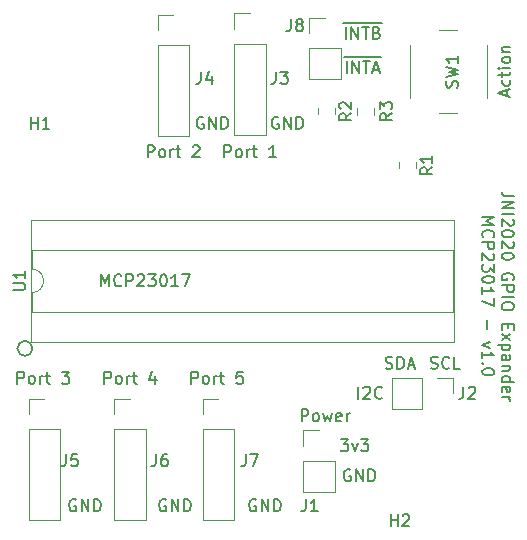
<source format=gbr>
%TF.GenerationSoftware,KiCad,Pcbnew,(5.1.6)-1*%
%TF.CreationDate,2020-09-04T23:44:55+02:00*%
%TF.ProjectId,gpioexpander3,6770696f-6578-4706-916e-646572332e6b,rev?*%
%TF.SameCoordinates,Original*%
%TF.FileFunction,Legend,Top*%
%TF.FilePolarity,Positive*%
%FSLAX46Y46*%
G04 Gerber Fmt 4.6, Leading zero omitted, Abs format (unit mm)*
G04 Created by KiCad (PCBNEW (5.1.6)-1) date 2020-09-04 23:44:55*
%MOMM*%
%LPD*%
G01*
G04 APERTURE LIST*
%ADD10C,0.150000*%
%ADD11C,0.120000*%
G04 APERTURE END LIST*
D10*
X147883809Y-96337380D02*
X147883809Y-95337380D01*
X148264761Y-95337380D01*
X148360000Y-95385000D01*
X148407619Y-95432619D01*
X148455238Y-95527857D01*
X148455238Y-95670714D01*
X148407619Y-95765952D01*
X148360000Y-95813571D01*
X148264761Y-95861190D01*
X147883809Y-95861190D01*
X149026666Y-96337380D02*
X148931428Y-96289761D01*
X148883809Y-96242142D01*
X148836190Y-96146904D01*
X148836190Y-95861190D01*
X148883809Y-95765952D01*
X148931428Y-95718333D01*
X149026666Y-95670714D01*
X149169523Y-95670714D01*
X149264761Y-95718333D01*
X149312380Y-95765952D01*
X149360000Y-95861190D01*
X149360000Y-96146904D01*
X149312380Y-96242142D01*
X149264761Y-96289761D01*
X149169523Y-96337380D01*
X149026666Y-96337380D01*
X149693333Y-95670714D02*
X149883809Y-96337380D01*
X150074285Y-95861190D01*
X150264761Y-96337380D01*
X150455238Y-95670714D01*
X151217142Y-96289761D02*
X151121904Y-96337380D01*
X150931428Y-96337380D01*
X150836190Y-96289761D01*
X150788571Y-96194523D01*
X150788571Y-95813571D01*
X150836190Y-95718333D01*
X150931428Y-95670714D01*
X151121904Y-95670714D01*
X151217142Y-95718333D01*
X151264761Y-95813571D01*
X151264761Y-95908809D01*
X150788571Y-96004047D01*
X151693333Y-96337380D02*
X151693333Y-95670714D01*
X151693333Y-95861190D02*
X151740952Y-95765952D01*
X151788571Y-95718333D01*
X151883809Y-95670714D01*
X151979047Y-95670714D01*
X165837619Y-77272619D02*
X165123333Y-77272619D01*
X164980476Y-77225000D01*
X164885238Y-77129761D01*
X164837619Y-76986904D01*
X164837619Y-76891666D01*
X164837619Y-77748809D02*
X165837619Y-77748809D01*
X164837619Y-78320238D01*
X165837619Y-78320238D01*
X164837619Y-78796428D02*
X165837619Y-78796428D01*
X165742380Y-79225000D02*
X165790000Y-79272619D01*
X165837619Y-79367857D01*
X165837619Y-79605952D01*
X165790000Y-79701190D01*
X165742380Y-79748809D01*
X165647142Y-79796428D01*
X165551904Y-79796428D01*
X165409047Y-79748809D01*
X164837619Y-79177380D01*
X164837619Y-79796428D01*
X165837619Y-80415476D02*
X165837619Y-80510714D01*
X165790000Y-80605952D01*
X165742380Y-80653571D01*
X165647142Y-80701190D01*
X165456666Y-80748809D01*
X165218571Y-80748809D01*
X165028095Y-80701190D01*
X164932857Y-80653571D01*
X164885238Y-80605952D01*
X164837619Y-80510714D01*
X164837619Y-80415476D01*
X164885238Y-80320238D01*
X164932857Y-80272619D01*
X165028095Y-80225000D01*
X165218571Y-80177380D01*
X165456666Y-80177380D01*
X165647142Y-80225000D01*
X165742380Y-80272619D01*
X165790000Y-80320238D01*
X165837619Y-80415476D01*
X165742380Y-81129761D02*
X165790000Y-81177380D01*
X165837619Y-81272619D01*
X165837619Y-81510714D01*
X165790000Y-81605952D01*
X165742380Y-81653571D01*
X165647142Y-81701190D01*
X165551904Y-81701190D01*
X165409047Y-81653571D01*
X164837619Y-81082142D01*
X164837619Y-81701190D01*
X165837619Y-82320238D02*
X165837619Y-82415476D01*
X165790000Y-82510714D01*
X165742380Y-82558333D01*
X165647142Y-82605952D01*
X165456666Y-82653571D01*
X165218571Y-82653571D01*
X165028095Y-82605952D01*
X164932857Y-82558333D01*
X164885238Y-82510714D01*
X164837619Y-82415476D01*
X164837619Y-82320238D01*
X164885238Y-82225000D01*
X164932857Y-82177380D01*
X165028095Y-82129761D01*
X165218571Y-82082142D01*
X165456666Y-82082142D01*
X165647142Y-82129761D01*
X165742380Y-82177380D01*
X165790000Y-82225000D01*
X165837619Y-82320238D01*
X165790000Y-84367857D02*
X165837619Y-84272619D01*
X165837619Y-84129761D01*
X165790000Y-83986904D01*
X165694761Y-83891666D01*
X165599523Y-83844047D01*
X165409047Y-83796428D01*
X165266190Y-83796428D01*
X165075714Y-83844047D01*
X164980476Y-83891666D01*
X164885238Y-83986904D01*
X164837619Y-84129761D01*
X164837619Y-84225000D01*
X164885238Y-84367857D01*
X164932857Y-84415476D01*
X165266190Y-84415476D01*
X165266190Y-84225000D01*
X164837619Y-84844047D02*
X165837619Y-84844047D01*
X165837619Y-85225000D01*
X165790000Y-85320238D01*
X165742380Y-85367857D01*
X165647142Y-85415476D01*
X165504285Y-85415476D01*
X165409047Y-85367857D01*
X165361428Y-85320238D01*
X165313809Y-85225000D01*
X165313809Y-84844047D01*
X164837619Y-85844047D02*
X165837619Y-85844047D01*
X165837619Y-86510714D02*
X165837619Y-86701190D01*
X165790000Y-86796428D01*
X165694761Y-86891666D01*
X165504285Y-86939285D01*
X165170952Y-86939285D01*
X164980476Y-86891666D01*
X164885238Y-86796428D01*
X164837619Y-86701190D01*
X164837619Y-86510714D01*
X164885238Y-86415476D01*
X164980476Y-86320238D01*
X165170952Y-86272619D01*
X165504285Y-86272619D01*
X165694761Y-86320238D01*
X165790000Y-86415476D01*
X165837619Y-86510714D01*
X165361428Y-88129761D02*
X165361428Y-88463095D01*
X164837619Y-88605952D02*
X164837619Y-88129761D01*
X165837619Y-88129761D01*
X165837619Y-88605952D01*
X164837619Y-88939285D02*
X165504285Y-89463095D01*
X165504285Y-88939285D02*
X164837619Y-89463095D01*
X165504285Y-89844047D02*
X164504285Y-89844047D01*
X165456666Y-89844047D02*
X165504285Y-89939285D01*
X165504285Y-90129761D01*
X165456666Y-90225000D01*
X165409047Y-90272619D01*
X165313809Y-90320238D01*
X165028095Y-90320238D01*
X164932857Y-90272619D01*
X164885238Y-90225000D01*
X164837619Y-90129761D01*
X164837619Y-89939285D01*
X164885238Y-89844047D01*
X164837619Y-91177380D02*
X165361428Y-91177380D01*
X165456666Y-91129761D01*
X165504285Y-91034523D01*
X165504285Y-90844047D01*
X165456666Y-90748809D01*
X164885238Y-91177380D02*
X164837619Y-91082142D01*
X164837619Y-90844047D01*
X164885238Y-90748809D01*
X164980476Y-90701190D01*
X165075714Y-90701190D01*
X165170952Y-90748809D01*
X165218571Y-90844047D01*
X165218571Y-91082142D01*
X165266190Y-91177380D01*
X165504285Y-91653571D02*
X164837619Y-91653571D01*
X165409047Y-91653571D02*
X165456666Y-91701190D01*
X165504285Y-91796428D01*
X165504285Y-91939285D01*
X165456666Y-92034523D01*
X165361428Y-92082142D01*
X164837619Y-92082142D01*
X164837619Y-92986904D02*
X165837619Y-92986904D01*
X164885238Y-92986904D02*
X164837619Y-92891666D01*
X164837619Y-92701190D01*
X164885238Y-92605952D01*
X164932857Y-92558333D01*
X165028095Y-92510714D01*
X165313809Y-92510714D01*
X165409047Y-92558333D01*
X165456666Y-92605952D01*
X165504285Y-92701190D01*
X165504285Y-92891666D01*
X165456666Y-92986904D01*
X164885238Y-93844047D02*
X164837619Y-93748809D01*
X164837619Y-93558333D01*
X164885238Y-93463095D01*
X164980476Y-93415476D01*
X165361428Y-93415476D01*
X165456666Y-93463095D01*
X165504285Y-93558333D01*
X165504285Y-93748809D01*
X165456666Y-93844047D01*
X165361428Y-93891666D01*
X165266190Y-93891666D01*
X165170952Y-93415476D01*
X164837619Y-94320238D02*
X165504285Y-94320238D01*
X165313809Y-94320238D02*
X165409047Y-94367857D01*
X165456666Y-94415476D01*
X165504285Y-94510714D01*
X165504285Y-94605952D01*
X163187619Y-79058333D02*
X164187619Y-79058333D01*
X163473333Y-79391666D01*
X164187619Y-79725000D01*
X163187619Y-79725000D01*
X163282857Y-80772619D02*
X163235238Y-80725000D01*
X163187619Y-80582142D01*
X163187619Y-80486904D01*
X163235238Y-80344047D01*
X163330476Y-80248809D01*
X163425714Y-80201190D01*
X163616190Y-80153571D01*
X163759047Y-80153571D01*
X163949523Y-80201190D01*
X164044761Y-80248809D01*
X164140000Y-80344047D01*
X164187619Y-80486904D01*
X164187619Y-80582142D01*
X164140000Y-80725000D01*
X164092380Y-80772619D01*
X163187619Y-81201190D02*
X164187619Y-81201190D01*
X164187619Y-81582142D01*
X164140000Y-81677380D01*
X164092380Y-81725000D01*
X163997142Y-81772619D01*
X163854285Y-81772619D01*
X163759047Y-81725000D01*
X163711428Y-81677380D01*
X163663809Y-81582142D01*
X163663809Y-81201190D01*
X164092380Y-82153571D02*
X164140000Y-82201190D01*
X164187619Y-82296428D01*
X164187619Y-82534523D01*
X164140000Y-82629761D01*
X164092380Y-82677380D01*
X163997142Y-82725000D01*
X163901904Y-82725000D01*
X163759047Y-82677380D01*
X163187619Y-82105952D01*
X163187619Y-82725000D01*
X164187619Y-83058333D02*
X164187619Y-83677380D01*
X163806666Y-83344047D01*
X163806666Y-83486904D01*
X163759047Y-83582142D01*
X163711428Y-83629761D01*
X163616190Y-83677380D01*
X163378095Y-83677380D01*
X163282857Y-83629761D01*
X163235238Y-83582142D01*
X163187619Y-83486904D01*
X163187619Y-83201190D01*
X163235238Y-83105952D01*
X163282857Y-83058333D01*
X164187619Y-84296428D02*
X164187619Y-84391666D01*
X164140000Y-84486904D01*
X164092380Y-84534523D01*
X163997142Y-84582142D01*
X163806666Y-84629761D01*
X163568571Y-84629761D01*
X163378095Y-84582142D01*
X163282857Y-84534523D01*
X163235238Y-84486904D01*
X163187619Y-84391666D01*
X163187619Y-84296428D01*
X163235238Y-84201190D01*
X163282857Y-84153571D01*
X163378095Y-84105952D01*
X163568571Y-84058333D01*
X163806666Y-84058333D01*
X163997142Y-84105952D01*
X164092380Y-84153571D01*
X164140000Y-84201190D01*
X164187619Y-84296428D01*
X163187619Y-85582142D02*
X163187619Y-85010714D01*
X163187619Y-85296428D02*
X164187619Y-85296428D01*
X164044761Y-85201190D01*
X163949523Y-85105952D01*
X163901904Y-85010714D01*
X164187619Y-85915476D02*
X164187619Y-86582142D01*
X163187619Y-86153571D01*
X163568571Y-87725000D02*
X163568571Y-88486904D01*
X163854285Y-89629761D02*
X163187619Y-89867857D01*
X163854285Y-90105952D01*
X163187619Y-91010714D02*
X163187619Y-90439285D01*
X163187619Y-90725000D02*
X164187619Y-90725000D01*
X164044761Y-90629761D01*
X163949523Y-90534523D01*
X163901904Y-90439285D01*
X163282857Y-91439285D02*
X163235238Y-91486904D01*
X163187619Y-91439285D01*
X163235238Y-91391666D01*
X163282857Y-91439285D01*
X163187619Y-91439285D01*
X164187619Y-92105952D02*
X164187619Y-92201190D01*
X164140000Y-92296428D01*
X164092380Y-92344047D01*
X163997142Y-92391666D01*
X163806666Y-92439285D01*
X163568571Y-92439285D01*
X163378095Y-92391666D01*
X163282857Y-92344047D01*
X163235238Y-92296428D01*
X163187619Y-92201190D01*
X163187619Y-92105952D01*
X163235238Y-92010714D01*
X163282857Y-91963095D01*
X163378095Y-91915476D01*
X163568571Y-91867857D01*
X163806666Y-91867857D01*
X163997142Y-91915476D01*
X164092380Y-91963095D01*
X164140000Y-92010714D01*
X164187619Y-92105952D01*
X151392142Y-62585000D02*
X151868333Y-62585000D01*
X151630238Y-63952380D02*
X151630238Y-62952380D01*
X151868333Y-62585000D02*
X152915952Y-62585000D01*
X152106428Y-63952380D02*
X152106428Y-62952380D01*
X152677857Y-63952380D01*
X152677857Y-62952380D01*
X152915952Y-62585000D02*
X153677857Y-62585000D01*
X153011190Y-62952380D02*
X153582619Y-62952380D01*
X153296904Y-63952380D02*
X153296904Y-62952380D01*
X153677857Y-62585000D02*
X154677857Y-62585000D01*
X154249285Y-63428571D02*
X154392142Y-63476190D01*
X154439761Y-63523809D01*
X154487380Y-63619047D01*
X154487380Y-63761904D01*
X154439761Y-63857142D01*
X154392142Y-63904761D01*
X154296904Y-63952380D01*
X153915952Y-63952380D01*
X153915952Y-62952380D01*
X154249285Y-62952380D01*
X154344523Y-63000000D01*
X154392142Y-63047619D01*
X154439761Y-63142857D01*
X154439761Y-63238095D01*
X154392142Y-63333333D01*
X154344523Y-63380952D01*
X154249285Y-63428571D01*
X153915952Y-63428571D01*
X151463571Y-65506000D02*
X151939761Y-65506000D01*
X151701666Y-66873380D02*
X151701666Y-65873380D01*
X151939761Y-65506000D02*
X152987380Y-65506000D01*
X152177857Y-66873380D02*
X152177857Y-65873380D01*
X152749285Y-66873380D01*
X152749285Y-65873380D01*
X152987380Y-65506000D02*
X153749285Y-65506000D01*
X153082619Y-65873380D02*
X153654047Y-65873380D01*
X153368333Y-66873380D02*
X153368333Y-65873380D01*
X153749285Y-65506000D02*
X154606428Y-65506000D01*
X153939761Y-66587666D02*
X154415952Y-66587666D01*
X153844523Y-66873380D02*
X154177857Y-65873380D01*
X154511190Y-66873380D01*
X145923095Y-70620000D02*
X145827857Y-70572380D01*
X145685000Y-70572380D01*
X145542142Y-70620000D01*
X145446904Y-70715238D01*
X145399285Y-70810476D01*
X145351666Y-71000952D01*
X145351666Y-71143809D01*
X145399285Y-71334285D01*
X145446904Y-71429523D01*
X145542142Y-71524761D01*
X145685000Y-71572380D01*
X145780238Y-71572380D01*
X145923095Y-71524761D01*
X145970714Y-71477142D01*
X145970714Y-71143809D01*
X145780238Y-71143809D01*
X146399285Y-71572380D02*
X146399285Y-70572380D01*
X146970714Y-71572380D01*
X146970714Y-70572380D01*
X147446904Y-71572380D02*
X147446904Y-70572380D01*
X147685000Y-70572380D01*
X147827857Y-70620000D01*
X147923095Y-70715238D01*
X147970714Y-70810476D01*
X148018333Y-71000952D01*
X148018333Y-71143809D01*
X147970714Y-71334285D01*
X147923095Y-71429523D01*
X147827857Y-71524761D01*
X147685000Y-71572380D01*
X147446904Y-71572380D01*
X139573095Y-70620000D02*
X139477857Y-70572380D01*
X139335000Y-70572380D01*
X139192142Y-70620000D01*
X139096904Y-70715238D01*
X139049285Y-70810476D01*
X139001666Y-71000952D01*
X139001666Y-71143809D01*
X139049285Y-71334285D01*
X139096904Y-71429523D01*
X139192142Y-71524761D01*
X139335000Y-71572380D01*
X139430238Y-71572380D01*
X139573095Y-71524761D01*
X139620714Y-71477142D01*
X139620714Y-71143809D01*
X139430238Y-71143809D01*
X140049285Y-71572380D02*
X140049285Y-70572380D01*
X140620714Y-71572380D01*
X140620714Y-70572380D01*
X141096904Y-71572380D02*
X141096904Y-70572380D01*
X141335000Y-70572380D01*
X141477857Y-70620000D01*
X141573095Y-70715238D01*
X141620714Y-70810476D01*
X141668333Y-71000952D01*
X141668333Y-71143809D01*
X141620714Y-71334285D01*
X141573095Y-71429523D01*
X141477857Y-71524761D01*
X141335000Y-71572380D01*
X141096904Y-71572380D01*
X128778095Y-103005000D02*
X128682857Y-102957380D01*
X128540000Y-102957380D01*
X128397142Y-103005000D01*
X128301904Y-103100238D01*
X128254285Y-103195476D01*
X128206666Y-103385952D01*
X128206666Y-103528809D01*
X128254285Y-103719285D01*
X128301904Y-103814523D01*
X128397142Y-103909761D01*
X128540000Y-103957380D01*
X128635238Y-103957380D01*
X128778095Y-103909761D01*
X128825714Y-103862142D01*
X128825714Y-103528809D01*
X128635238Y-103528809D01*
X129254285Y-103957380D02*
X129254285Y-102957380D01*
X129825714Y-103957380D01*
X129825714Y-102957380D01*
X130301904Y-103957380D02*
X130301904Y-102957380D01*
X130540000Y-102957380D01*
X130682857Y-103005000D01*
X130778095Y-103100238D01*
X130825714Y-103195476D01*
X130873333Y-103385952D01*
X130873333Y-103528809D01*
X130825714Y-103719285D01*
X130778095Y-103814523D01*
X130682857Y-103909761D01*
X130540000Y-103957380D01*
X130301904Y-103957380D01*
X136398095Y-103005000D02*
X136302857Y-102957380D01*
X136160000Y-102957380D01*
X136017142Y-103005000D01*
X135921904Y-103100238D01*
X135874285Y-103195476D01*
X135826666Y-103385952D01*
X135826666Y-103528809D01*
X135874285Y-103719285D01*
X135921904Y-103814523D01*
X136017142Y-103909761D01*
X136160000Y-103957380D01*
X136255238Y-103957380D01*
X136398095Y-103909761D01*
X136445714Y-103862142D01*
X136445714Y-103528809D01*
X136255238Y-103528809D01*
X136874285Y-103957380D02*
X136874285Y-102957380D01*
X137445714Y-103957380D01*
X137445714Y-102957380D01*
X137921904Y-103957380D02*
X137921904Y-102957380D01*
X138160000Y-102957380D01*
X138302857Y-103005000D01*
X138398095Y-103100238D01*
X138445714Y-103195476D01*
X138493333Y-103385952D01*
X138493333Y-103528809D01*
X138445714Y-103719285D01*
X138398095Y-103814523D01*
X138302857Y-103909761D01*
X138160000Y-103957380D01*
X137921904Y-103957380D01*
X144018095Y-103005000D02*
X143922857Y-102957380D01*
X143780000Y-102957380D01*
X143637142Y-103005000D01*
X143541904Y-103100238D01*
X143494285Y-103195476D01*
X143446666Y-103385952D01*
X143446666Y-103528809D01*
X143494285Y-103719285D01*
X143541904Y-103814523D01*
X143637142Y-103909761D01*
X143780000Y-103957380D01*
X143875238Y-103957380D01*
X144018095Y-103909761D01*
X144065714Y-103862142D01*
X144065714Y-103528809D01*
X143875238Y-103528809D01*
X144494285Y-103957380D02*
X144494285Y-102957380D01*
X145065714Y-103957380D01*
X145065714Y-102957380D01*
X145541904Y-103957380D02*
X145541904Y-102957380D01*
X145780000Y-102957380D01*
X145922857Y-103005000D01*
X146018095Y-103100238D01*
X146065714Y-103195476D01*
X146113333Y-103385952D01*
X146113333Y-103528809D01*
X146065714Y-103719285D01*
X146018095Y-103814523D01*
X145922857Y-103909761D01*
X145780000Y-103957380D01*
X145541904Y-103957380D01*
X152019095Y-100465000D02*
X151923857Y-100417380D01*
X151781000Y-100417380D01*
X151638142Y-100465000D01*
X151542904Y-100560238D01*
X151495285Y-100655476D01*
X151447666Y-100845952D01*
X151447666Y-100988809D01*
X151495285Y-101179285D01*
X151542904Y-101274523D01*
X151638142Y-101369761D01*
X151781000Y-101417380D01*
X151876238Y-101417380D01*
X152019095Y-101369761D01*
X152066714Y-101322142D01*
X152066714Y-100988809D01*
X151876238Y-100988809D01*
X152495285Y-101417380D02*
X152495285Y-100417380D01*
X153066714Y-101417380D01*
X153066714Y-100417380D01*
X153542904Y-101417380D02*
X153542904Y-100417380D01*
X153781000Y-100417380D01*
X153923857Y-100465000D01*
X154019095Y-100560238D01*
X154066714Y-100655476D01*
X154114333Y-100845952D01*
X154114333Y-100988809D01*
X154066714Y-101179285D01*
X154019095Y-101274523D01*
X153923857Y-101369761D01*
X153781000Y-101417380D01*
X153542904Y-101417380D01*
X152693809Y-94432380D02*
X152693809Y-93432380D01*
X153122380Y-93527619D02*
X153170000Y-93480000D01*
X153265238Y-93432380D01*
X153503333Y-93432380D01*
X153598571Y-93480000D01*
X153646190Y-93527619D01*
X153693809Y-93622857D01*
X153693809Y-93718095D01*
X153646190Y-93860952D01*
X153074761Y-94432380D01*
X153693809Y-94432380D01*
X154693809Y-94337142D02*
X154646190Y-94384761D01*
X154503333Y-94432380D01*
X154408095Y-94432380D01*
X154265238Y-94384761D01*
X154170000Y-94289523D01*
X154122380Y-94194285D01*
X154074761Y-94003809D01*
X154074761Y-93860952D01*
X154122380Y-93670476D01*
X154170000Y-93575238D01*
X154265238Y-93480000D01*
X154408095Y-93432380D01*
X154503333Y-93432380D01*
X154646190Y-93480000D01*
X154693809Y-93527619D01*
X138549333Y-93162380D02*
X138549333Y-92162380D01*
X138930285Y-92162380D01*
X139025523Y-92210000D01*
X139073142Y-92257619D01*
X139120761Y-92352857D01*
X139120761Y-92495714D01*
X139073142Y-92590952D01*
X139025523Y-92638571D01*
X138930285Y-92686190D01*
X138549333Y-92686190D01*
X139692190Y-93162380D02*
X139596952Y-93114761D01*
X139549333Y-93067142D01*
X139501714Y-92971904D01*
X139501714Y-92686190D01*
X139549333Y-92590952D01*
X139596952Y-92543333D01*
X139692190Y-92495714D01*
X139835047Y-92495714D01*
X139930285Y-92543333D01*
X139977904Y-92590952D01*
X140025523Y-92686190D01*
X140025523Y-92971904D01*
X139977904Y-93067142D01*
X139930285Y-93114761D01*
X139835047Y-93162380D01*
X139692190Y-93162380D01*
X140454095Y-93162380D02*
X140454095Y-92495714D01*
X140454095Y-92686190D02*
X140501714Y-92590952D01*
X140549333Y-92543333D01*
X140644571Y-92495714D01*
X140739809Y-92495714D01*
X140930285Y-92495714D02*
X141311238Y-92495714D01*
X141073142Y-92162380D02*
X141073142Y-93019523D01*
X141120761Y-93114761D01*
X141216000Y-93162380D01*
X141311238Y-93162380D01*
X142882666Y-92162380D02*
X142406476Y-92162380D01*
X142358857Y-92638571D01*
X142406476Y-92590952D01*
X142501714Y-92543333D01*
X142739809Y-92543333D01*
X142835047Y-92590952D01*
X142882666Y-92638571D01*
X142930285Y-92733809D01*
X142930285Y-92971904D01*
X142882666Y-93067142D01*
X142835047Y-93114761D01*
X142739809Y-93162380D01*
X142501714Y-93162380D01*
X142406476Y-93114761D01*
X142358857Y-93067142D01*
X131183333Y-93162380D02*
X131183333Y-92162380D01*
X131564285Y-92162380D01*
X131659523Y-92210000D01*
X131707142Y-92257619D01*
X131754761Y-92352857D01*
X131754761Y-92495714D01*
X131707142Y-92590952D01*
X131659523Y-92638571D01*
X131564285Y-92686190D01*
X131183333Y-92686190D01*
X132326190Y-93162380D02*
X132230952Y-93114761D01*
X132183333Y-93067142D01*
X132135714Y-92971904D01*
X132135714Y-92686190D01*
X132183333Y-92590952D01*
X132230952Y-92543333D01*
X132326190Y-92495714D01*
X132469047Y-92495714D01*
X132564285Y-92543333D01*
X132611904Y-92590952D01*
X132659523Y-92686190D01*
X132659523Y-92971904D01*
X132611904Y-93067142D01*
X132564285Y-93114761D01*
X132469047Y-93162380D01*
X132326190Y-93162380D01*
X133088095Y-93162380D02*
X133088095Y-92495714D01*
X133088095Y-92686190D02*
X133135714Y-92590952D01*
X133183333Y-92543333D01*
X133278571Y-92495714D01*
X133373809Y-92495714D01*
X133564285Y-92495714D02*
X133945238Y-92495714D01*
X133707142Y-92162380D02*
X133707142Y-93019523D01*
X133754761Y-93114761D01*
X133850000Y-93162380D01*
X133945238Y-93162380D01*
X135469047Y-92495714D02*
X135469047Y-93162380D01*
X135230952Y-92114761D02*
X134992857Y-92829047D01*
X135611904Y-92829047D01*
X123817333Y-93162380D02*
X123817333Y-92162380D01*
X124198285Y-92162380D01*
X124293523Y-92210000D01*
X124341142Y-92257619D01*
X124388761Y-92352857D01*
X124388761Y-92495714D01*
X124341142Y-92590952D01*
X124293523Y-92638571D01*
X124198285Y-92686190D01*
X123817333Y-92686190D01*
X124960190Y-93162380D02*
X124864952Y-93114761D01*
X124817333Y-93067142D01*
X124769714Y-92971904D01*
X124769714Y-92686190D01*
X124817333Y-92590952D01*
X124864952Y-92543333D01*
X124960190Y-92495714D01*
X125103047Y-92495714D01*
X125198285Y-92543333D01*
X125245904Y-92590952D01*
X125293523Y-92686190D01*
X125293523Y-92971904D01*
X125245904Y-93067142D01*
X125198285Y-93114761D01*
X125103047Y-93162380D01*
X124960190Y-93162380D01*
X125722095Y-93162380D02*
X125722095Y-92495714D01*
X125722095Y-92686190D02*
X125769714Y-92590952D01*
X125817333Y-92543333D01*
X125912571Y-92495714D01*
X126007809Y-92495714D01*
X126198285Y-92495714D02*
X126579238Y-92495714D01*
X126341142Y-92162380D02*
X126341142Y-93019523D01*
X126388761Y-93114761D01*
X126484000Y-93162380D01*
X126579238Y-93162380D01*
X127579238Y-92162380D02*
X128198285Y-92162380D01*
X127864952Y-92543333D01*
X128007809Y-92543333D01*
X128103047Y-92590952D01*
X128150666Y-92638571D01*
X128198285Y-92733809D01*
X128198285Y-92971904D01*
X128150666Y-93067142D01*
X128103047Y-93114761D01*
X128007809Y-93162380D01*
X127722095Y-93162380D01*
X127626857Y-93114761D01*
X127579238Y-93067142D01*
X134866333Y-73985380D02*
X134866333Y-72985380D01*
X135247285Y-72985380D01*
X135342523Y-73033000D01*
X135390142Y-73080619D01*
X135437761Y-73175857D01*
X135437761Y-73318714D01*
X135390142Y-73413952D01*
X135342523Y-73461571D01*
X135247285Y-73509190D01*
X134866333Y-73509190D01*
X136009190Y-73985380D02*
X135913952Y-73937761D01*
X135866333Y-73890142D01*
X135818714Y-73794904D01*
X135818714Y-73509190D01*
X135866333Y-73413952D01*
X135913952Y-73366333D01*
X136009190Y-73318714D01*
X136152047Y-73318714D01*
X136247285Y-73366333D01*
X136294904Y-73413952D01*
X136342523Y-73509190D01*
X136342523Y-73794904D01*
X136294904Y-73890142D01*
X136247285Y-73937761D01*
X136152047Y-73985380D01*
X136009190Y-73985380D01*
X136771095Y-73985380D02*
X136771095Y-73318714D01*
X136771095Y-73509190D02*
X136818714Y-73413952D01*
X136866333Y-73366333D01*
X136961571Y-73318714D01*
X137056809Y-73318714D01*
X137247285Y-73318714D02*
X137628238Y-73318714D01*
X137390142Y-72985380D02*
X137390142Y-73842523D01*
X137437761Y-73937761D01*
X137533000Y-73985380D01*
X137628238Y-73985380D01*
X138675857Y-73080619D02*
X138723476Y-73033000D01*
X138818714Y-72985380D01*
X139056809Y-72985380D01*
X139152047Y-73033000D01*
X139199666Y-73080619D01*
X139247285Y-73175857D01*
X139247285Y-73271095D01*
X139199666Y-73413952D01*
X138628238Y-73985380D01*
X139247285Y-73985380D01*
X141343333Y-73985380D02*
X141343333Y-72985380D01*
X141724285Y-72985380D01*
X141819523Y-73033000D01*
X141867142Y-73080619D01*
X141914761Y-73175857D01*
X141914761Y-73318714D01*
X141867142Y-73413952D01*
X141819523Y-73461571D01*
X141724285Y-73509190D01*
X141343333Y-73509190D01*
X142486190Y-73985380D02*
X142390952Y-73937761D01*
X142343333Y-73890142D01*
X142295714Y-73794904D01*
X142295714Y-73509190D01*
X142343333Y-73413952D01*
X142390952Y-73366333D01*
X142486190Y-73318714D01*
X142629047Y-73318714D01*
X142724285Y-73366333D01*
X142771904Y-73413952D01*
X142819523Y-73509190D01*
X142819523Y-73794904D01*
X142771904Y-73890142D01*
X142724285Y-73937761D01*
X142629047Y-73985380D01*
X142486190Y-73985380D01*
X143248095Y-73985380D02*
X143248095Y-73318714D01*
X143248095Y-73509190D02*
X143295714Y-73413952D01*
X143343333Y-73366333D01*
X143438571Y-73318714D01*
X143533809Y-73318714D01*
X143724285Y-73318714D02*
X144105238Y-73318714D01*
X143867142Y-72985380D02*
X143867142Y-73842523D01*
X143914761Y-73937761D01*
X144010000Y-73985380D01*
X144105238Y-73985380D01*
X145724285Y-73985380D02*
X145152857Y-73985380D01*
X145438571Y-73985380D02*
X145438571Y-72985380D01*
X145343333Y-73128238D01*
X145248095Y-73223476D01*
X145152857Y-73271095D01*
X130905714Y-84907380D02*
X130905714Y-83907380D01*
X131239047Y-84621666D01*
X131572380Y-83907380D01*
X131572380Y-84907380D01*
X132620000Y-84812142D02*
X132572380Y-84859761D01*
X132429523Y-84907380D01*
X132334285Y-84907380D01*
X132191428Y-84859761D01*
X132096190Y-84764523D01*
X132048571Y-84669285D01*
X132000952Y-84478809D01*
X132000952Y-84335952D01*
X132048571Y-84145476D01*
X132096190Y-84050238D01*
X132191428Y-83955000D01*
X132334285Y-83907380D01*
X132429523Y-83907380D01*
X132572380Y-83955000D01*
X132620000Y-84002619D01*
X133048571Y-84907380D02*
X133048571Y-83907380D01*
X133429523Y-83907380D01*
X133524761Y-83955000D01*
X133572380Y-84002619D01*
X133620000Y-84097857D01*
X133620000Y-84240714D01*
X133572380Y-84335952D01*
X133524761Y-84383571D01*
X133429523Y-84431190D01*
X133048571Y-84431190D01*
X134000952Y-84002619D02*
X134048571Y-83955000D01*
X134143809Y-83907380D01*
X134381904Y-83907380D01*
X134477142Y-83955000D01*
X134524761Y-84002619D01*
X134572380Y-84097857D01*
X134572380Y-84193095D01*
X134524761Y-84335952D01*
X133953333Y-84907380D01*
X134572380Y-84907380D01*
X134905714Y-83907380D02*
X135524761Y-83907380D01*
X135191428Y-84288333D01*
X135334285Y-84288333D01*
X135429523Y-84335952D01*
X135477142Y-84383571D01*
X135524761Y-84478809D01*
X135524761Y-84716904D01*
X135477142Y-84812142D01*
X135429523Y-84859761D01*
X135334285Y-84907380D01*
X135048571Y-84907380D01*
X134953333Y-84859761D01*
X134905714Y-84812142D01*
X136143809Y-83907380D02*
X136239047Y-83907380D01*
X136334285Y-83955000D01*
X136381904Y-84002619D01*
X136429523Y-84097857D01*
X136477142Y-84288333D01*
X136477142Y-84526428D01*
X136429523Y-84716904D01*
X136381904Y-84812142D01*
X136334285Y-84859761D01*
X136239047Y-84907380D01*
X136143809Y-84907380D01*
X136048571Y-84859761D01*
X136000952Y-84812142D01*
X135953333Y-84716904D01*
X135905714Y-84526428D01*
X135905714Y-84288333D01*
X135953333Y-84097857D01*
X136000952Y-84002619D01*
X136048571Y-83955000D01*
X136143809Y-83907380D01*
X137429523Y-84907380D02*
X136858095Y-84907380D01*
X137143809Y-84907380D02*
X137143809Y-83907380D01*
X137048571Y-84050238D01*
X136953333Y-84145476D01*
X136858095Y-84193095D01*
X137762857Y-83907380D02*
X138429523Y-83907380D01*
X138000952Y-84907380D01*
X154995714Y-91844761D02*
X155138571Y-91892380D01*
X155376666Y-91892380D01*
X155471904Y-91844761D01*
X155519523Y-91797142D01*
X155567142Y-91701904D01*
X155567142Y-91606666D01*
X155519523Y-91511428D01*
X155471904Y-91463809D01*
X155376666Y-91416190D01*
X155186190Y-91368571D01*
X155090952Y-91320952D01*
X155043333Y-91273333D01*
X154995714Y-91178095D01*
X154995714Y-91082857D01*
X155043333Y-90987619D01*
X155090952Y-90940000D01*
X155186190Y-90892380D01*
X155424285Y-90892380D01*
X155567142Y-90940000D01*
X155995714Y-91892380D02*
X155995714Y-90892380D01*
X156233809Y-90892380D01*
X156376666Y-90940000D01*
X156471904Y-91035238D01*
X156519523Y-91130476D01*
X156567142Y-91320952D01*
X156567142Y-91463809D01*
X156519523Y-91654285D01*
X156471904Y-91749523D01*
X156376666Y-91844761D01*
X156233809Y-91892380D01*
X155995714Y-91892380D01*
X156948095Y-91606666D02*
X157424285Y-91606666D01*
X156852857Y-91892380D02*
X157186190Y-90892380D01*
X157519523Y-91892380D01*
X158829523Y-91844761D02*
X158972380Y-91892380D01*
X159210476Y-91892380D01*
X159305714Y-91844761D01*
X159353333Y-91797142D01*
X159400952Y-91701904D01*
X159400952Y-91606666D01*
X159353333Y-91511428D01*
X159305714Y-91463809D01*
X159210476Y-91416190D01*
X159020000Y-91368571D01*
X158924761Y-91320952D01*
X158877142Y-91273333D01*
X158829523Y-91178095D01*
X158829523Y-91082857D01*
X158877142Y-90987619D01*
X158924761Y-90940000D01*
X159020000Y-90892380D01*
X159258095Y-90892380D01*
X159400952Y-90940000D01*
X160400952Y-91797142D02*
X160353333Y-91844761D01*
X160210476Y-91892380D01*
X160115238Y-91892380D01*
X159972380Y-91844761D01*
X159877142Y-91749523D01*
X159829523Y-91654285D01*
X159781904Y-91463809D01*
X159781904Y-91320952D01*
X159829523Y-91130476D01*
X159877142Y-91035238D01*
X159972380Y-90940000D01*
X160115238Y-90892380D01*
X160210476Y-90892380D01*
X160353333Y-90940000D01*
X160400952Y-90987619D01*
X161305714Y-91892380D02*
X160829523Y-91892380D01*
X160829523Y-90892380D01*
X151209523Y-97877380D02*
X151828571Y-97877380D01*
X151495238Y-98258333D01*
X151638095Y-98258333D01*
X151733333Y-98305952D01*
X151780952Y-98353571D01*
X151828571Y-98448809D01*
X151828571Y-98686904D01*
X151780952Y-98782142D01*
X151733333Y-98829761D01*
X151638095Y-98877380D01*
X151352380Y-98877380D01*
X151257142Y-98829761D01*
X151209523Y-98782142D01*
X152161904Y-98210714D02*
X152400000Y-98877380D01*
X152638095Y-98210714D01*
X152923809Y-97877380D02*
X153542857Y-97877380D01*
X153209523Y-98258333D01*
X153352380Y-98258333D01*
X153447619Y-98305952D01*
X153495238Y-98353571D01*
X153542857Y-98448809D01*
X153542857Y-98686904D01*
X153495238Y-98782142D01*
X153447619Y-98829761D01*
X153352380Y-98877380D01*
X153066666Y-98877380D01*
X152971428Y-98829761D01*
X152923809Y-98782142D01*
X165266666Y-68770238D02*
X165266666Y-68294047D01*
X165552380Y-68865476D02*
X164552380Y-68532142D01*
X165552380Y-68198809D01*
X165504761Y-67436904D02*
X165552380Y-67532142D01*
X165552380Y-67722619D01*
X165504761Y-67817857D01*
X165457142Y-67865476D01*
X165361904Y-67913095D01*
X165076190Y-67913095D01*
X164980952Y-67865476D01*
X164933333Y-67817857D01*
X164885714Y-67722619D01*
X164885714Y-67532142D01*
X164933333Y-67436904D01*
X164885714Y-67151190D02*
X164885714Y-66770238D01*
X164552380Y-67008333D02*
X165409523Y-67008333D01*
X165504761Y-66960714D01*
X165552380Y-66865476D01*
X165552380Y-66770238D01*
X165552380Y-66436904D02*
X164885714Y-66436904D01*
X164552380Y-66436904D02*
X164600000Y-66484523D01*
X164647619Y-66436904D01*
X164600000Y-66389285D01*
X164552380Y-66436904D01*
X164647619Y-66436904D01*
X165552380Y-65817857D02*
X165504761Y-65913095D01*
X165457142Y-65960714D01*
X165361904Y-66008333D01*
X165076190Y-66008333D01*
X164980952Y-65960714D01*
X164933333Y-65913095D01*
X164885714Y-65817857D01*
X164885714Y-65675000D01*
X164933333Y-65579761D01*
X164980952Y-65532142D01*
X165076190Y-65484523D01*
X165361904Y-65484523D01*
X165457142Y-65532142D01*
X165504761Y-65579761D01*
X165552380Y-65675000D01*
X165552380Y-65817857D01*
X164885714Y-65055952D02*
X165552380Y-65055952D01*
X164980952Y-65055952D02*
X164933333Y-65008333D01*
X164885714Y-64913095D01*
X164885714Y-64770238D01*
X164933333Y-64675000D01*
X165028571Y-64627380D01*
X165552380Y-64627380D01*
X125095000Y-90170000D02*
G75*
G03*
X125095000Y-90170000I-635000J0D01*
G01*
D11*
%TO.C,J7*%
X139513000Y-94428000D02*
X140843000Y-94428000D01*
X139513000Y-95758000D02*
X139513000Y-94428000D01*
X139513000Y-97028000D02*
X142173000Y-97028000D01*
X142173000Y-97028000D02*
X142173000Y-104708000D01*
X139513000Y-97028000D02*
X139513000Y-104708000D01*
X139513000Y-104708000D02*
X142173000Y-104708000D01*
%TO.C,R3*%
X153999000Y-70374252D02*
X153999000Y-69851748D01*
X152579000Y-70374252D02*
X152579000Y-69851748D01*
%TO.C,R2*%
X149277000Y-69833748D02*
X149277000Y-70356252D01*
X150697000Y-69833748D02*
X150697000Y-70356252D01*
%TO.C,R1*%
X156135000Y-74414748D02*
X156135000Y-74937252D01*
X157555000Y-74414748D02*
X157555000Y-74937252D01*
%TO.C,J1*%
X148022000Y-97095000D02*
X149352000Y-97095000D01*
X148022000Y-98425000D02*
X148022000Y-97095000D01*
X148022000Y-99695000D02*
X150682000Y-99695000D01*
X150682000Y-99695000D02*
X150682000Y-102295000D01*
X148022000Y-99695000D02*
X148022000Y-102295000D01*
X148022000Y-102295000D02*
X150682000Y-102295000D01*
%TO.C,U1*%
X124975000Y-79315000D02*
X124975000Y-89595000D01*
X160775000Y-79315000D02*
X124975000Y-79315000D01*
X160775000Y-89595000D02*
X160775000Y-79315000D01*
X124975000Y-89595000D02*
X160775000Y-89595000D01*
X125035000Y-81805000D02*
X125035000Y-83455000D01*
X160715000Y-81805000D02*
X125035000Y-81805000D01*
X160715000Y-87105000D02*
X160715000Y-81805000D01*
X125035000Y-87105000D02*
X160715000Y-87105000D01*
X125035000Y-85455000D02*
X125035000Y-87105000D01*
X125035000Y-83455000D02*
G75*
G02*
X125035000Y-85455000I0J-1000000D01*
G01*
%TO.C,SW1*%
X159560000Y-70250000D02*
X161060000Y-70250000D01*
X163560000Y-69000000D02*
X163560000Y-64500000D01*
X161060000Y-63250000D02*
X159560000Y-63250000D01*
X157060000Y-64500000D02*
X157060000Y-69000000D01*
%TO.C,J8*%
X148530000Y-62170000D02*
X149860000Y-62170000D01*
X148530000Y-63500000D02*
X148530000Y-62170000D01*
X148530000Y-64770000D02*
X151190000Y-64770000D01*
X151190000Y-64770000D02*
X151190000Y-67370000D01*
X148530000Y-64770000D02*
X148530000Y-67370000D01*
X148530000Y-67370000D02*
X151190000Y-67370000D01*
%TO.C,J6*%
X132020000Y-94428000D02*
X133350000Y-94428000D01*
X132020000Y-95758000D02*
X132020000Y-94428000D01*
X132020000Y-97028000D02*
X134680000Y-97028000D01*
X134680000Y-97028000D02*
X134680000Y-104708000D01*
X132020000Y-97028000D02*
X132020000Y-104708000D01*
X132020000Y-104708000D02*
X134680000Y-104708000D01*
%TO.C,J5*%
X124781000Y-94428000D02*
X126111000Y-94428000D01*
X124781000Y-95758000D02*
X124781000Y-94428000D01*
X124781000Y-97028000D02*
X127441000Y-97028000D01*
X127441000Y-97028000D02*
X127441000Y-104708000D01*
X124781000Y-97028000D02*
X124781000Y-104708000D01*
X124781000Y-104708000D02*
X127441000Y-104708000D01*
%TO.C,J4*%
X135703000Y-61916000D02*
X137033000Y-61916000D01*
X135703000Y-63246000D02*
X135703000Y-61916000D01*
X135703000Y-64516000D02*
X138363000Y-64516000D01*
X138363000Y-64516000D02*
X138363000Y-72196000D01*
X135703000Y-64516000D02*
X135703000Y-72196000D01*
X135703000Y-72196000D02*
X138363000Y-72196000D01*
%TO.C,J3*%
X142180000Y-61789000D02*
X143510000Y-61789000D01*
X142180000Y-63119000D02*
X142180000Y-61789000D01*
X142180000Y-64389000D02*
X144840000Y-64389000D01*
X144840000Y-64389000D02*
X144840000Y-72069000D01*
X142180000Y-64389000D02*
X142180000Y-72069000D01*
X142180000Y-72069000D02*
X144840000Y-72069000D01*
%TO.C,J2*%
X160715000Y-92650000D02*
X160715000Y-93980000D01*
X159385000Y-92650000D02*
X160715000Y-92650000D01*
X158115000Y-92650000D02*
X158115000Y-95310000D01*
X158115000Y-95310000D02*
X155515000Y-95310000D01*
X158115000Y-92650000D02*
X155515000Y-92650000D01*
X155515000Y-92650000D02*
X155515000Y-95310000D01*
%TO.C,J7*%
D10*
X143176666Y-99147380D02*
X143176666Y-99861666D01*
X143129047Y-100004523D01*
X143033809Y-100099761D01*
X142890952Y-100147380D01*
X142795714Y-100147380D01*
X143557619Y-99147380D02*
X144224285Y-99147380D01*
X143795714Y-100147380D01*
%TO.C,R3*%
X155519380Y-70270666D02*
X155043190Y-70604000D01*
X155519380Y-70842095D02*
X154519380Y-70842095D01*
X154519380Y-70461142D01*
X154567000Y-70365904D01*
X154614619Y-70318285D01*
X154709857Y-70270666D01*
X154852714Y-70270666D01*
X154947952Y-70318285D01*
X154995571Y-70365904D01*
X155043190Y-70461142D01*
X155043190Y-70842095D01*
X154519380Y-69937333D02*
X154519380Y-69318285D01*
X154900333Y-69651619D01*
X154900333Y-69508761D01*
X154947952Y-69413523D01*
X154995571Y-69365904D01*
X155090809Y-69318285D01*
X155328904Y-69318285D01*
X155424142Y-69365904D01*
X155471761Y-69413523D01*
X155519380Y-69508761D01*
X155519380Y-69794476D01*
X155471761Y-69889714D01*
X155424142Y-69937333D01*
%TO.C,R2*%
X152090380Y-70270666D02*
X151614190Y-70604000D01*
X152090380Y-70842095D02*
X151090380Y-70842095D01*
X151090380Y-70461142D01*
X151138000Y-70365904D01*
X151185619Y-70318285D01*
X151280857Y-70270666D01*
X151423714Y-70270666D01*
X151518952Y-70318285D01*
X151566571Y-70365904D01*
X151614190Y-70461142D01*
X151614190Y-70842095D01*
X151185619Y-69889714D02*
X151138000Y-69842095D01*
X151090380Y-69746857D01*
X151090380Y-69508761D01*
X151138000Y-69413523D01*
X151185619Y-69365904D01*
X151280857Y-69318285D01*
X151376095Y-69318285D01*
X151518952Y-69365904D01*
X152090380Y-69937333D01*
X152090380Y-69318285D01*
%TO.C,R1*%
X158947380Y-74842666D02*
X158471190Y-75176000D01*
X158947380Y-75414095D02*
X157947380Y-75414095D01*
X157947380Y-75033142D01*
X157995000Y-74937904D01*
X158042619Y-74890285D01*
X158137857Y-74842666D01*
X158280714Y-74842666D01*
X158375952Y-74890285D01*
X158423571Y-74937904D01*
X158471190Y-75033142D01*
X158471190Y-75414095D01*
X158947380Y-73890285D02*
X158947380Y-74461714D01*
X158947380Y-74176000D02*
X157947380Y-74176000D01*
X158090238Y-74271238D01*
X158185476Y-74366476D01*
X158233095Y-74461714D01*
%TO.C,J1*%
X148256666Y-102957380D02*
X148256666Y-103671666D01*
X148209047Y-103814523D01*
X148113809Y-103909761D01*
X147970952Y-103957380D01*
X147875714Y-103957380D01*
X149256666Y-103957380D02*
X148685238Y-103957380D01*
X148970952Y-103957380D02*
X148970952Y-102957380D01*
X148875714Y-103100238D01*
X148780476Y-103195476D01*
X148685238Y-103243095D01*
%TO.C,U1*%
X123487380Y-85216904D02*
X124296904Y-85216904D01*
X124392142Y-85169285D01*
X124439761Y-85121666D01*
X124487380Y-85026428D01*
X124487380Y-84835952D01*
X124439761Y-84740714D01*
X124392142Y-84693095D01*
X124296904Y-84645476D01*
X123487380Y-84645476D01*
X124487380Y-83645476D02*
X124487380Y-84216904D01*
X124487380Y-83931190D02*
X123487380Y-83931190D01*
X123630238Y-84026428D01*
X123725476Y-84121666D01*
X123773095Y-84216904D01*
%TO.C,SW1*%
X161059761Y-68083333D02*
X161107380Y-67940476D01*
X161107380Y-67702380D01*
X161059761Y-67607142D01*
X161012142Y-67559523D01*
X160916904Y-67511904D01*
X160821666Y-67511904D01*
X160726428Y-67559523D01*
X160678809Y-67607142D01*
X160631190Y-67702380D01*
X160583571Y-67892857D01*
X160535952Y-67988095D01*
X160488333Y-68035714D01*
X160393095Y-68083333D01*
X160297857Y-68083333D01*
X160202619Y-68035714D01*
X160155000Y-67988095D01*
X160107380Y-67892857D01*
X160107380Y-67654761D01*
X160155000Y-67511904D01*
X160107380Y-67178571D02*
X161107380Y-66940476D01*
X160393095Y-66750000D01*
X161107380Y-66559523D01*
X160107380Y-66321428D01*
X161107380Y-65416666D02*
X161107380Y-65988095D01*
X161107380Y-65702380D02*
X160107380Y-65702380D01*
X160250238Y-65797619D01*
X160345476Y-65892857D01*
X160393095Y-65988095D01*
%TO.C,J8*%
X146986666Y-62317380D02*
X146986666Y-63031666D01*
X146939047Y-63174523D01*
X146843809Y-63269761D01*
X146700952Y-63317380D01*
X146605714Y-63317380D01*
X147605714Y-62745952D02*
X147510476Y-62698333D01*
X147462857Y-62650714D01*
X147415238Y-62555476D01*
X147415238Y-62507857D01*
X147462857Y-62412619D01*
X147510476Y-62365000D01*
X147605714Y-62317380D01*
X147796190Y-62317380D01*
X147891428Y-62365000D01*
X147939047Y-62412619D01*
X147986666Y-62507857D01*
X147986666Y-62555476D01*
X147939047Y-62650714D01*
X147891428Y-62698333D01*
X147796190Y-62745952D01*
X147605714Y-62745952D01*
X147510476Y-62793571D01*
X147462857Y-62841190D01*
X147415238Y-62936428D01*
X147415238Y-63126904D01*
X147462857Y-63222142D01*
X147510476Y-63269761D01*
X147605714Y-63317380D01*
X147796190Y-63317380D01*
X147891428Y-63269761D01*
X147939047Y-63222142D01*
X147986666Y-63126904D01*
X147986666Y-62936428D01*
X147939047Y-62841190D01*
X147891428Y-62793571D01*
X147796190Y-62745952D01*
%TO.C,J6*%
X135556666Y-99147380D02*
X135556666Y-99861666D01*
X135509047Y-100004523D01*
X135413809Y-100099761D01*
X135270952Y-100147380D01*
X135175714Y-100147380D01*
X136461428Y-99147380D02*
X136270952Y-99147380D01*
X136175714Y-99195000D01*
X136128095Y-99242619D01*
X136032857Y-99385476D01*
X135985238Y-99575952D01*
X135985238Y-99956904D01*
X136032857Y-100052142D01*
X136080476Y-100099761D01*
X136175714Y-100147380D01*
X136366190Y-100147380D01*
X136461428Y-100099761D01*
X136509047Y-100052142D01*
X136556666Y-99956904D01*
X136556666Y-99718809D01*
X136509047Y-99623571D01*
X136461428Y-99575952D01*
X136366190Y-99528333D01*
X136175714Y-99528333D01*
X136080476Y-99575952D01*
X136032857Y-99623571D01*
X135985238Y-99718809D01*
%TO.C,J5*%
X127936666Y-99147380D02*
X127936666Y-99861666D01*
X127889047Y-100004523D01*
X127793809Y-100099761D01*
X127650952Y-100147380D01*
X127555714Y-100147380D01*
X128889047Y-99147380D02*
X128412857Y-99147380D01*
X128365238Y-99623571D01*
X128412857Y-99575952D01*
X128508095Y-99528333D01*
X128746190Y-99528333D01*
X128841428Y-99575952D01*
X128889047Y-99623571D01*
X128936666Y-99718809D01*
X128936666Y-99956904D01*
X128889047Y-100052142D01*
X128841428Y-100099761D01*
X128746190Y-100147380D01*
X128508095Y-100147380D01*
X128412857Y-100099761D01*
X128365238Y-100052142D01*
%TO.C,J4*%
X139366666Y-66762380D02*
X139366666Y-67476666D01*
X139319047Y-67619523D01*
X139223809Y-67714761D01*
X139080952Y-67762380D01*
X138985714Y-67762380D01*
X140271428Y-67095714D02*
X140271428Y-67762380D01*
X140033333Y-66714761D02*
X139795238Y-67429047D01*
X140414285Y-67429047D01*
%TO.C,J3*%
X145716666Y-66762380D02*
X145716666Y-67476666D01*
X145669047Y-67619523D01*
X145573809Y-67714761D01*
X145430952Y-67762380D01*
X145335714Y-67762380D01*
X146097619Y-66762380D02*
X146716666Y-66762380D01*
X146383333Y-67143333D01*
X146526190Y-67143333D01*
X146621428Y-67190952D01*
X146669047Y-67238571D01*
X146716666Y-67333809D01*
X146716666Y-67571904D01*
X146669047Y-67667142D01*
X146621428Y-67714761D01*
X146526190Y-67762380D01*
X146240476Y-67762380D01*
X146145238Y-67714761D01*
X146097619Y-67667142D01*
%TO.C,J2*%
X161591666Y-93432380D02*
X161591666Y-94146666D01*
X161544047Y-94289523D01*
X161448809Y-94384761D01*
X161305952Y-94432380D01*
X161210714Y-94432380D01*
X162020238Y-93527619D02*
X162067857Y-93480000D01*
X162163095Y-93432380D01*
X162401190Y-93432380D01*
X162496428Y-93480000D01*
X162544047Y-93527619D01*
X162591666Y-93622857D01*
X162591666Y-93718095D01*
X162544047Y-93860952D01*
X161972619Y-94432380D01*
X162591666Y-94432380D01*
%TO.C,H2*%
X155448095Y-105227380D02*
X155448095Y-104227380D01*
X155448095Y-104703571D02*
X156019523Y-104703571D01*
X156019523Y-105227380D02*
X156019523Y-104227380D01*
X156448095Y-104322619D02*
X156495714Y-104275000D01*
X156590952Y-104227380D01*
X156829047Y-104227380D01*
X156924285Y-104275000D01*
X156971904Y-104322619D01*
X157019523Y-104417857D01*
X157019523Y-104513095D01*
X156971904Y-104655952D01*
X156400476Y-105227380D01*
X157019523Y-105227380D01*
%TO.C,H1*%
X124968095Y-71572380D02*
X124968095Y-70572380D01*
X124968095Y-71048571D02*
X125539523Y-71048571D01*
X125539523Y-71572380D02*
X125539523Y-70572380D01*
X126539523Y-71572380D02*
X125968095Y-71572380D01*
X126253809Y-71572380D02*
X126253809Y-70572380D01*
X126158571Y-70715238D01*
X126063333Y-70810476D01*
X125968095Y-70858095D01*
%TD*%
M02*

</source>
